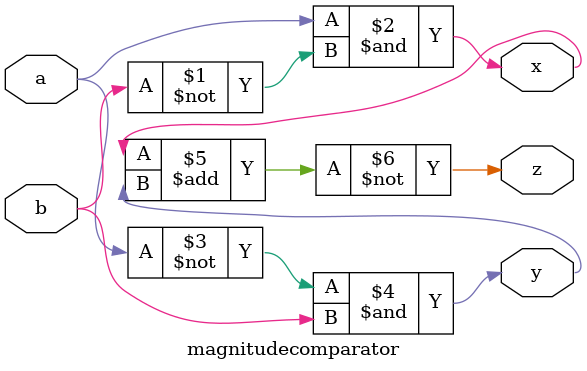
<source format=v>
module magnitudecomparator(
    input a,b,
    output x,y,z
    );
assign x=a&~b;
assign y=~a&b;
assign z=~(x+y);

endmodule

</source>
